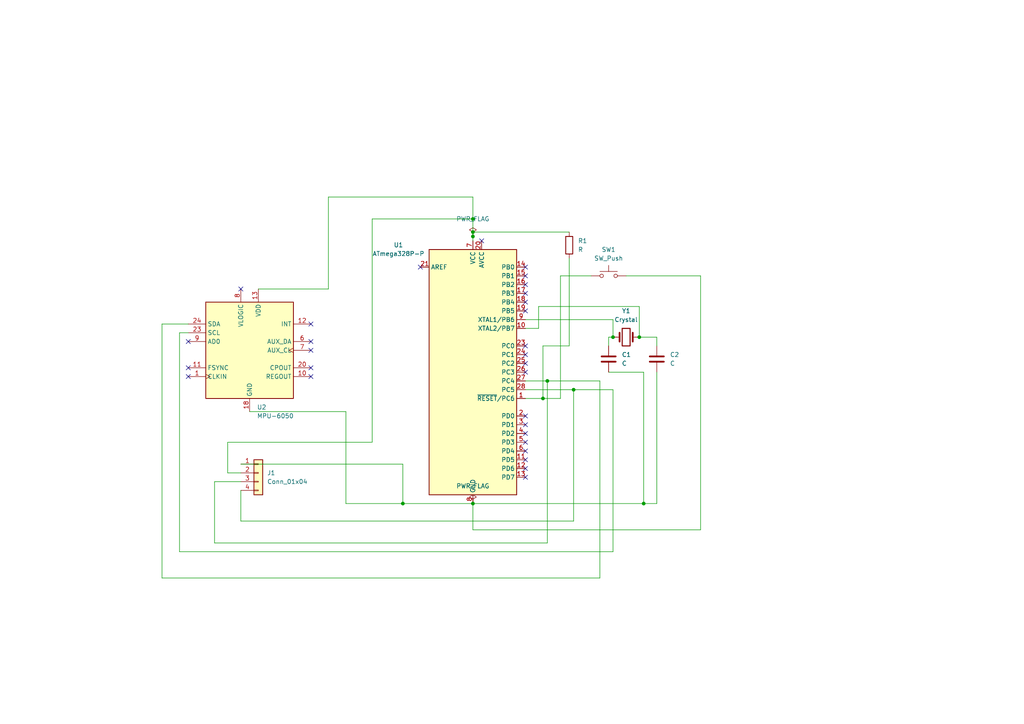
<source format=kicad_sch>
(kicad_sch (version 20250114) (generator "eeschema") (generator_version "9.0")
  (paper "A4")
  (lib_symbols
    (symbol "Connector_Generic:Conn_01x04" (pin_names (offset 1.016) (hide yes))
      (property "Reference" "J" (at 0 5.08 0))
      (property "Value" "Conn_01x04" (at 0 -7.62 0))
      (symbol "Conn_01x04_1_1"
        (rectangle (start -1.27 3.81) (end 1.27 -6.35) (stroke (width 0.254)) (fill (type background)))
        (rectangle (start -1.27 2.667) (end 0 2.413) (stroke (width 0.1524)))
        (rectangle (start -1.27 0.127) (end 0 -0.127) (stroke (width 0.1524)))
        (rectangle (start -1.27 -2.413) (end 0 -2.667) (stroke (width 0.1524)))
        (rectangle (start -1.27 -4.953) (end 0 -5.207) (stroke (width 0.1524)))
        (pin passive line (at -5.08 2.54 0) (length 3.81) (name "Pin_1") (number "1"))
        (pin passive line (at -5.08 0 0) (length 3.81) (name "Pin_2") (number "2"))
        (pin passive line (at -5.08 -2.54 0) (length 3.81) (name "Pin_3") (number "3"))
        (pin passive line (at -5.08 -5.08 0) (length 3.81) (name "Pin_4") (number "4"))
      )
    )
    (symbol "Device:C" (pin_numbers (hide yes)) (pin_names (offset 0.254))
      (property "Reference" "C" (at 0.635 2.54 0))
      (property "Value" "C" (at 0.635 -2.54 0))
      (symbol "C_0_1"
        (polyline (pts (xy -2.032 0.762) (xy 2.032 0.762)) (stroke (width 0.508)))
        (polyline (pts (xy -2.032 -0.762) (xy 2.032 -0.762)) (stroke (width 0.508)))
      )
      (symbol "C_1_1"
        (pin passive line (at 0 3.81 270) (length 2.794) (name "~") (number "1"))
        (pin passive line (at 0 -3.81 90) (length 2.794) (name "~") (number "2"))
      )
    )
    (symbol "Device:Crystal" (pin_numbers (hide yes)) (pin_names (offset 1.016) (hide yes))
      (property "Reference" "Y" (at 0 3.81 0))
      (property "Value" "Crystal" (at 0 -3.81 0))
      (symbol "Crystal_0_1"
        (polyline (pts (xy -2.54 0) (xy -1.905 0)))
        (polyline (pts (xy -1.905 -1.27) (xy -1.905 1.27)) (stroke (width 0.508)))
        (rectangle (start -1.143 2.54) (end 1.143 -2.54) (stroke (width 0.3048)))
        (polyline (pts (xy 1.905 -1.27) (xy 1.905 1.27)) (stroke (width 0.508)))
        (polyline (pts (xy 2.54 0) (xy 1.905 0)))
      )
      (symbol "Crystal_1_1"
        (pin passive line (at -3.81 0 0) (length 1.27) (name "1") (number "1"))
        (pin passive line (at 3.81 0 180) (length 1.27) (name "2") (number "2"))
      )
    )
    (symbol "Device:R" (pin_numbers (hide yes)) (pin_names (offset 0))
      (property "Reference" "R" (at 2.032 0 90))
      (property "Value" "R" (at 0 0 90))
      (symbol "R_0_1"
        (rectangle (start -1.016 -2.54) (end 1.016 2.54) (stroke (width 0.254)))
      )
      (symbol "R_1_1"
        (pin passive line (at 0 3.81 270) (length 1.27) (name "~") (number "1"))
        (pin passive line (at 0 -3.81 90) (length 1.27) (name "~") (number "2"))
      )
    )
    (symbol "MCU_Microchip_ATmega:ATmega328P-P"
      (property "Reference" "U" (at -12.7 36.83 0))
      (property "Value" "ATmega328P-P" (at 2.54 -36.83 0))
      (symbol "ATmega328P-P_0_1"
        (rectangle (start -12.7 -35.56) (end 12.7 35.56) (stroke (width 0.254)) (fill (type background)))
      )
      (symbol "ATmega328P-P_1_1"
        (pin passive line (at -15.24 30.48 0) (length 2.54) (name "AREF") (number "21"))
        (pin power_in line (at 0 38.1 270) (length 2.54) (name "VCC") (number "7"))
        (pin passive line (at 0 -38.1 90) (length 2.54) (hide yes) (name "GND") (number "22"))
        (pin power_in line (at 0 -38.1 90) (length 2.54) (name "GND") (number "8"))
        (pin power_in line (at 2.54 38.1 270) (length 2.54) (name "AVCC") (number "20"))
        (pin bidirectional line (at 15.24 30.48 180) (length 2.54) (name "PB0") (number "14"))
        (pin bidirectional line (at 15.24 27.94 180) (length 2.54) (name "PB1") (number "15"))
        (pin bidirectional line (at 15.24 25.4 180) (length 2.54) (name "PB2") (number "16"))
        (pin bidirectional line (at 15.24 22.86 180) (length 2.54) (name "PB3") (number "17"))
        (pin bidirectional line (at 15.24 20.32 180) (length 2.54) (name "PB4") (number "18"))
        (pin bidirectional line (at 15.24 17.78 180) (length 2.54) (name "PB5") (number "19"))
        (pin bidirectional line (at 15.24 15.24 180) (length 2.54) (name "XTAL1/PB6") (number "9"))
        (pin bidirectional line (at 15.24 12.7 180) (length 2.54) (name "XTAL2/PB7") (number "10"))
        (pin bidirectional line (at 15.24 7.62 180) (length 2.54) (name "PC0") (number "23"))
        (pin bidirectional line (at 15.24 5.08 180) (length 2.54) (name "PC1") (number "24"))
        (pin bidirectional line (at 15.24 2.54 180) (length 2.54) (name "PC2") (number "25"))
        (pin bidirectional line (at 15.24 0 180) (length 2.54) (name "PC3") (number "26"))
        (pin bidirectional line (at 15.24 -2.54 180) (length 2.54) (name "PC4") (number "27"))
        (pin bidirectional line (at 15.24 -5.08 180) (length 2.54) (name "PC5") (number "28"))
        (pin bidirectional line (at 15.24 -7.62 180) (length 2.54) (name "~{RESET}/PC6") (number "1"))
        (pin bidirectional line (at 15.24 -12.7 180) (length 2.54) (name "PD0") (number "2"))
        (pin bidirectional line (at 15.24 -15.24 180) (length 2.54) (name "PD1") (number "3"))
        (pin bidirectional line (at 15.24 -17.78 180) (length 2.54) (name "PD2") (number "4"))
        (pin bidirectional line (at 15.24 -20.32 180) (length 2.54) (name "PD3") (number "5"))
        (pin bidirectional line (at 15.24 -22.86 180) (length 2.54) (name "PD4") (number "6"))
        (pin bidirectional line (at 15.24 -25.4 180) (length 2.54) (name "PD5") (number "11"))
        (pin bidirectional line (at 15.24 -27.94 180) (length 2.54) (name "PD6") (number "12"))
        (pin bidirectional line (at 15.24 -30.48 180) (length 2.54) (name "PD7") (number "13"))
      )
    )
    (symbol "Sensor_Motion:MPU-6050"
      (property "Reference" "U" (at -11.43 13.97 0))
      (property "Value" "MPU-6050" (at 7.62 -15.24 0))
      (symbol "MPU-6050_0_0"
        (text "" (at 12.7 -2.54 0) (effects (font (size 1.27 1.27))))
      )
      (symbol "MPU-6050_0_1"
        (rectangle (start -12.7 13.97) (end 12.7 -13.97) (stroke (width 0.254)) (fill (type background)))
      )
      (symbol "MPU-6050_1_1"
        (pin bidirectional line (at -17.78 7.62 0) (length 5.08) (name "SDA") (number "24"))
        (pin input line (at -17.78 5.08 0) (length 5.08) (name "SCL") (number "23"))
        (pin input line (at -17.78 2.54 0) (length 5.08) (name "AD0") (number "9"))
        (pin input line (at -17.78 -5.08 0) (length 5.08) (name "FSYNC") (number "11"))
        (pin input clock (at -17.78 -7.62 0) (length 5.08) (name "CLKIN") (number "1"))
        (pin no_connect line (at -12.7 12.7 0) (length 2.54) (hide yes) (name "NC") (number "2"))
        (pin no_connect line (at -12.7 10.16 0) (length 2.54) (hide yes) (name "NC") (number "3"))
        (pin no_connect line (at -12.7 0 0) (length 2.54) (hide yes) (name "NC") (number "4"))
        (pin no_connect line (at -12.7 -2.54 0) (length 2.54) (hide yes) (name "NC") (number "5"))
        (pin no_connect line (at -12.7 -10.16 0) (length 2.54) (hide yes) (name "NC") (number "14"))
        (pin power_in line (at -2.54 17.78 270) (length 3.81) (name "VLOGIC") (number "8"))
        (pin power_in line (at 0 -17.78 90) (length 3.81) (name "GND") (number "18"))
        (pin power_in line (at 2.54 17.78 270) (length 3.81) (name "VDD") (number "13"))
        (pin no_connect line (at 12.7 12.7 180) (length 2.54) (hide yes) (name "NC") (number "15"))
        (pin no_connect line (at 12.7 10.16 180) (length 2.54) (hide yes) (name "NC") (number "16"))
        (pin no_connect line (at 12.7 5.08 180) (length 2.54) (hide yes) (name "NC") (number "17"))
        (pin no_connect line (at 12.7 -2.54 180) (length 2.54) (hide yes) (name "RESV") (number "21"))
        (pin no_connect line (at 12.7 -10.16 180) (length 2.54) (hide yes) (name "RESV") (number "19"))
        (pin no_connect line (at 12.7 -12.7 180) (length 2.54) (hide yes) (name "RESV") (number "22"))
        (pin output line (at 17.78 7.62 180) (length 5.08) (name "INT") (number "12"))
        (pin bidirectional line (at 17.78 2.54 180) (length 5.08) (name "AUX_DA") (number "6"))
        (pin output clock (at 17.78 0 180) (length 5.08) (name "AUX_CL") (number "7"))
        (pin passive line (at 17.78 -5.08 180) (length 5.08) (name "CPOUT") (number "20"))
        (pin passive line (at 17.78 -7.62 180) (length 5.08) (name "REGOUT") (number "10"))
      )
    )
    (symbol "Switch:SW_Push" (pin_numbers (hide yes)) (pin_names (offset 1.016) (hide yes))
      (property "Reference" "SW" (at 1.27 2.54 0))
      (property "Value" "SW_Push" (at 0 -1.524 0))
      (symbol "SW_Push_0_1"
        (circle (center -2.032 0) (radius 0.508))
        (polyline (pts (xy 0 1.27) (xy 0 3.048)))
        (circle (center 2.032 0) (radius 0.508))
        (polyline (pts (xy 2.54 1.27) (xy -2.54 1.27)))
        (pin passive line (at -5.08 0 0) (length 2.54) (name "1") (number "1"))
        (pin passive line (at 5.08 0 180) (length 2.54) (name "2") (number "2"))
      )
    )
    (symbol "power:PWR_FLAG" (power) (pin_numbers (hide yes)) (pin_names (offset 0) (hide yes))
      (property "Value" "PWR_FLAG" (at 0 3.81 0))
      (symbol "PWR_FLAG_0_0"
        (pin power_out line (at 0 0 90) (length 0) (name "~") (number "1"))
      )
      (symbol "PWR_FLAG_0_1"
        (polyline (pts (xy 0 0) (xy 0 1.27) (xy -1.016 1.905) (xy 0 2.54) (xy 1.016 1.905) (xy 0 1.27)))
      )
    )
  )
  (junction (at 137.16 67.31))
  (junction (at 137.16 63.5))
  (junction (at 158.75 110.49))
  (junction (at 137.16 146.05))
  (junction (at 177.8 97.79))
  (junction (at 186.69 146.05))
  (junction (at 137.16 68.58))
  (junction (at 185.42 97.79))
  (junction (at 157.48 115.57))
  (junction (at 116.84 146.05))
  (junction (at 166.37 113.03))
  (no_connect (at 121.92 77.47))
  (no_connect (at 152.4 105.41))
  (no_connect (at 152.4 100.33))
  (no_connect (at 152.4 120.65))
  (no_connect (at 90.17 99.06))
  (no_connect (at 152.4 130.81))
  (no_connect (at 139.7 69.85))
  (no_connect (at 69.85 83.82))
  (no_connect (at 152.4 125.73))
  (no_connect (at 152.4 138.43))
  (no_connect (at 152.4 80.01))
  (no_connect (at 90.17 93.98))
  (no_connect (at 90.17 109.22))
  (no_connect (at 152.4 102.87))
  (no_connect (at 90.17 101.6))
  (no_connect (at 152.4 135.89))
  (no_connect (at 152.4 87.63))
  (no_connect (at 152.4 128.27))
  (no_connect (at 90.17 106.68))
  (no_connect (at 54.61 109.22))
  (no_connect (at 54.61 106.68))
  (no_connect (at 152.4 123.19))
  (no_connect (at 152.4 90.17))
  (no_connect (at 152.4 107.95))
  (no_connect (at 152.4 82.55))
  (no_connect (at 152.4 85.09))
  (no_connect (at 54.61 99.06))
  (no_connect (at 152.4 77.47))
  (no_connect (at 152.4 133.35))
  (wire (pts (xy 185.42 97.79) (xy 185.42 88.9)))
  (wire (pts (xy 62.23 139.7) (xy 69.85 139.7)))
  (wire (pts (xy 173.99 167.64) (xy 173.99 110.49)))
  (wire (pts (xy 158.75 110.49) (xy 173.99 110.49)))
  (wire (pts (xy 152.4 115.57) (xy 157.48 115.57)))
  (wire (pts (xy 156.21 88.9) (xy 156.21 95.25)))
  (wire (pts (xy 203.2 80.01) (xy 203.2 153.67)))
  (wire (pts (xy 66.04 137.16) (xy 66.04 128.27)))
  (wire (pts (xy 62.23 139.7) (xy 62.23 157.48)))
  (wire (pts (xy 181.61 80.01) (xy 203.2 80.01)))
  (wire (pts (xy 72.39 119.38) (xy 100.33 119.38)))
  (wire (pts (xy 54.61 93.98) (xy 46.99 93.98)))
  (wire (pts (xy 186.69 146.05) (xy 186.69 107.95)))
  (wire (pts (xy 69.85 137.16) (xy 66.04 137.16)))
  (wire (pts (xy 116.84 146.05) (xy 137.16 146.05)))
  (wire (pts (xy 52.07 160.02) (xy 177.8 160.02)))
  (wire (pts (xy 156.21 95.25) (xy 152.4 95.25)))
  (wire (pts (xy 152.4 113.03) (xy 166.37 113.03)))
  (wire (pts (xy 100.33 146.05) (xy 116.84 146.05)))
  (wire (pts (xy 100.33 119.38) (xy 100.33 146.05)))
  (wire (pts (xy 137.16 67.31) (xy 137.16 68.58)))
  (wire (pts (xy 74.93 83.82) (xy 95.25 83.82)))
  (wire (pts (xy 95.25 57.15) (xy 137.16 57.15)))
  (wire (pts (xy 190.5 107.95) (xy 190.5 146.05)))
  (wire (pts (xy 165.1 100.33) (xy 165.1 74.93)))
  (wire (pts (xy 162.56 80.01) (xy 171.45 80.01)))
  (wire (pts (xy 66.04 128.27) (xy 107.95 128.27)))
  (wire (pts (xy 157.48 115.57) (xy 162.56 115.57)))
  (wire (pts (xy 158.75 157.48) (xy 158.75 110.49)))
  (wire (pts (xy 137.16 67.31) (xy 165.1 67.31)))
  (wire (pts (xy 157.48 100.33) (xy 165.1 100.33)))
  (wire (pts (xy 69.85 134.62) (xy 116.84 134.62)))
  (wire (pts (xy 177.8 92.71) (xy 177.8 97.79)))
  (wire (pts (xy 186.69 107.95) (xy 176.53 107.95)))
  (wire (pts (xy 107.95 128.27) (xy 107.95 63.5)))
  (wire (pts (xy 52.07 96.52) (xy 52.07 160.02)))
  (wire (pts (xy 186.69 146.05) (xy 190.5 146.05)))
  (wire (pts (xy 185.42 97.79) (xy 190.5 97.79)))
  (wire (pts (xy 46.99 167.64) (xy 173.99 167.64)))
  (wire (pts (xy 137.16 146.05) (xy 137.16 153.67)))
  (wire (pts (xy 162.56 115.57) (xy 162.56 80.01)))
  (wire (pts (xy 69.85 151.13) (xy 166.37 151.13)))
  (wire (pts (xy 137.16 146.05) (xy 186.69 146.05)))
  (wire (pts (xy 62.23 157.48) (xy 158.75 157.48)))
  (wire (pts (xy 152.4 110.49) (xy 158.75 110.49)))
  (wire (pts (xy 137.16 68.58) (xy 137.16 69.85)))
  (wire (pts (xy 166.37 113.03) (xy 177.8 113.03)))
  (wire (pts (xy 157.48 115.57) (xy 157.48 100.33)))
  (wire (pts (xy 137.16 57.15) (xy 137.16 63.5)))
  (wire (pts (xy 190.5 97.79) (xy 190.5 100.33)))
  (wire (pts (xy 116.84 134.62) (xy 116.84 146.05)))
  (wire (pts (xy 177.8 97.79) (xy 176.53 97.79)))
  (wire (pts (xy 176.53 97.79) (xy 176.53 100.33)))
  (wire (pts (xy 137.16 63.5) (xy 137.16 67.31)))
  (wire (pts (xy 107.95 63.5) (xy 137.16 63.5)))
  (wire (pts (xy 166.37 151.13) (xy 166.37 113.03)))
  (wire (pts (xy 152.4 92.71) (xy 177.8 92.71)))
  (wire (pts (xy 46.99 93.98) (xy 46.99 167.64)))
  (wire (pts (xy 185.42 88.9) (xy 156.21 88.9)))
  (wire (pts (xy 177.8 160.02) (xy 177.8 113.03)))
  (wire (pts (xy 54.61 96.52) (xy 52.07 96.52)))
  (wire (pts (xy 95.25 83.82) (xy 95.25 57.15)))
  (wire (pts (xy 203.2 153.67) (xy 137.16 153.67)))
  (wire (pts (xy 69.85 142.24) (xy 69.85 151.13)))
  (symbol (lib_id "power:PWR_FLAG") (at 137.16 68.58 0) (unit 1)
    (property "Reference" "#FLG01" (effects (hide yes)))
    (property "Value" "PWR_FLAG" (at 137.16 63.5 0))
    (property "Description" "Special symbol for telling ERC where power comes from" (effects (hide yes)))
  )
  (symbol (lib_id "Device:C") (at 176.53 104.14 0) (unit 1)
    (property "Reference" "C1" (at 180.34 102.8699 0) (effects (justify left)))
    (property "Value" "C" (at 180.34 105.4099 0) (effects (justify left)))
    (property "Footprint" "Capacitor_THT:C_Disc_D5.0mm_W2.5mm_P2.50mm" (effects (hide yes)))
    (property "Description" "Unpolarized capacitor" (effects (hide yes)))
  )
  (symbol (lib_id "Switch:SW_Push") (at 176.53 80.01 0) (unit 1)
    (property "Reference" "SW1" (at 176.53 72.39 0))
    (property "Value" "SW_Push" (at 176.53 74.93 0))
    (property "Footprint" "Button_Switch_THT:SW_PUSH_6mm_H5mm" (effects (hide yes)))
    (property "Description" "Push button switch, generic, two pins" (effects (hide yes)))
  )
  (symbol (lib_id "Device:R") (at 165.1 71.12 0) (unit 1)
    (property "Reference" "R1" (at 167.64 69.8499 0) (effects (justify left)))
    (property "Value" "R" (at 167.64 72.3899 0) (effects (justify left)))
    (property "Footprint" "Resistor_THT:R_Axial_DIN0309_L9.0mm_D3.2mm_P12.70mm_Horizontal" (effects (hide yes)))
    (property "Description" "Resistor" (effects (hide yes)))
  )
  (symbol (lib_id "Device:C") (at 190.5 104.14 0) (unit 1)
    (property "Reference" "C2" (at 194.31 102.8699 0) (effects (justify left)))
    (property "Value" "C" (at 194.31 105.4099 0) (effects (justify left)))
    (property "Footprint" "Capacitor_THT:C_Disc_D5.0mm_W2.5mm_P2.50mm" (effects (hide yes)))
    (property "Description" "Unpolarized capacitor" (effects (hide yes)))
  )
  (symbol (lib_id "MCU_Microchip_ATmega:ATmega328P-P") (at 137.16 107.95 0) (unit 1)
    (property "Reference" "U1" (at 115.57 71.0498 0))
    (property "Value" "ATmega328P-P" (at 115.57 73.5898 0))
    (property "Footprint" "Package_DIP:DIP-28_W7.62mm" (effects (hide yes)))
    (property "Datasheet" "http://ww1.microchip.com/downloads/en/DeviceDoc/ATmega328_P%20AVR%20MCU%20with%20picoPower%20Technology%20Data%20Sheet%2040001984A.pdf" (effects (hide yes)))
    (property "Description" "20MHz, 32kB Flash, 2kB SRAM, 1kB EEPROM, DIP-28" (effects (hide yes)))
  )
  (symbol (lib_id "power:PWR_FLAG") (at 137.16 146.05 0) (unit 1)
    (property "Reference" "#FLG02" (effects (hide yes)))
    (property "Value" "PWR_FLAG" (at 137.16 140.97 0))
    (property "Description" "Special symbol for telling ERC where power comes from" (effects (hide yes)))
  )
  (symbol (lib_id "Device:Crystal") (at 181.61 97.79 0) (unit 1)
    (property "Reference" "Y1" (at 181.61 90.17 0))
    (property "Value" "Crystal" (at 181.61 92.71 0))
    (property "Footprint" "Crystal:Crystal_HC49-U_Vertical" (effects (hide yes)))
    (property "Description" "Two pin crystal" (effects (hide yes)))
  )
  (symbol (lib_id "Sensor_Motion:MPU-6050") (at 72.39 101.6 0) (unit 1)
    (property "Reference" "U2" (at 74.5333 118.11 0) (effects (justify left)))
    (property "Value" "MPU-6050" (at 74.5333 120.65 0) (effects (justify left)))
    (property "Footprint" "Sensor_Motion:InvenSense_QFN-24_4x4mm_P0.5mm" (effects (hide yes)))
    (property "Datasheet" "https://invensense.tdk.com/wp-content/uploads/2015/02/MPU-6000-Datasheet1.pdf" (effects (hide yes)))
    (property "Description" "InvenSense 6-Axis Motion Sensor, Gyroscope, Accelerometer, I2C" (effects (hide yes)))
  )
  (symbol (lib_id "Connector_Generic:Conn_01x04") (at 74.93 137.16 0) (unit 1)
    (property "Reference" "J1" (at 77.47 137.1599 0) (effects (justify left)))
    (property "Value" "Conn_01x04" (at 77.47 139.6999 0) (effects (justify left)))
    (property "Footprint" "Connector_PinHeader_2.54mm:PinHeader_1x04_P2.54mm_Vertical" (effects (hide yes)))
    (property "Description" "Generic connector, single row, 01x04, script generated (kicad-library-utils/schlib/autogen/connector/)" (effects (hide yes)))
  )
)
</source>
